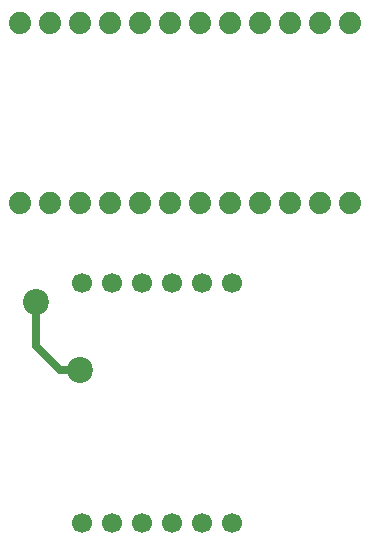
<source format=gtl>
G04 Layer: TopLayer*
G04 EasyEDA v6.5.47, 2024-09-19 05:07:01*
G04 da73b591da4a40a19c68f2a140ff4f82,20cc673dbd184c8ca6733993ffc9aab1,10*
G04 Gerber Generator version 0.2*
G04 Scale: 100 percent, Rotated: No, Reflected: No *
G04 Dimensions in millimeters *
G04 leading zeros omitted , absolute positions ,4 integer and 5 decimal *
%FSLAX45Y45*%
%MOMM*%

%ADD10C,0.7000*%
%ADD11C,1.7000*%
%ADD12C,1.8796*%
%ADD13C,2.2000*%

%LPD*%
D10*
X7658100Y3327400D02*
G01*
X7658100Y2959100D01*
X7861300Y2755900D01*
X8026400Y2755900D01*
D11*
G01*
X8041893Y3492500D03*
G01*
X8295893Y3492500D03*
G01*
X8549893Y3492500D03*
G01*
X8803893Y3492500D03*
G01*
X9057893Y3492500D03*
G01*
X9311893Y3492500D03*
G01*
X9311893Y1460500D03*
G01*
X9057893Y1460500D03*
G01*
X8803893Y1460500D03*
G01*
X8549893Y1460500D03*
G01*
X8295893Y1460500D03*
G01*
X8041893Y1460500D03*
D12*
G01*
X10312400Y4165600D03*
G01*
X10058400Y4165600D03*
G01*
X9804400Y4165600D03*
G01*
X9550400Y4165600D03*
G01*
X9296400Y4165600D03*
G01*
X9042400Y4165600D03*
G01*
X8788400Y4165600D03*
G01*
X8534400Y4165600D03*
G01*
X8280400Y4165600D03*
G01*
X8026400Y4165600D03*
G01*
X7772400Y4165600D03*
G01*
X7518400Y4165600D03*
G01*
X7518400Y5689600D03*
G01*
X7772400Y5689600D03*
G01*
X8026400Y5689600D03*
G01*
X8280400Y5689600D03*
G01*
X8534400Y5689600D03*
G01*
X8788400Y5689600D03*
G01*
X9042400Y5689600D03*
G01*
X9296400Y5689600D03*
G01*
X9550400Y5689600D03*
G01*
X9804400Y5689600D03*
G01*
X10058400Y5689600D03*
G01*
X10312400Y5689600D03*
D13*
G01*
X7658100Y3327400D03*
G01*
X8026400Y2755900D03*
M02*

</source>
